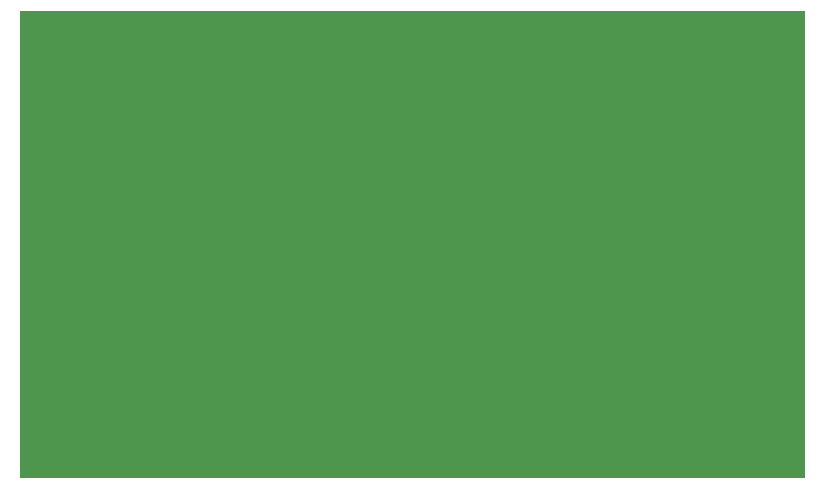
<source format=gbr>
G04 AWR Design Environment 15.03 *
G04 RS274-X Output Version 0.1 *
%FSLAX36Y36*%
%MOMM*%
%SFA1B1*%
%ADD10C,.010*%

G36*
X49750109Y-12808808D02*
X-16765680D01*
Y26731192D01*
X49750109D01*
Y-12808808D01*
G37*
M02*
G04 End of Data *

</source>
